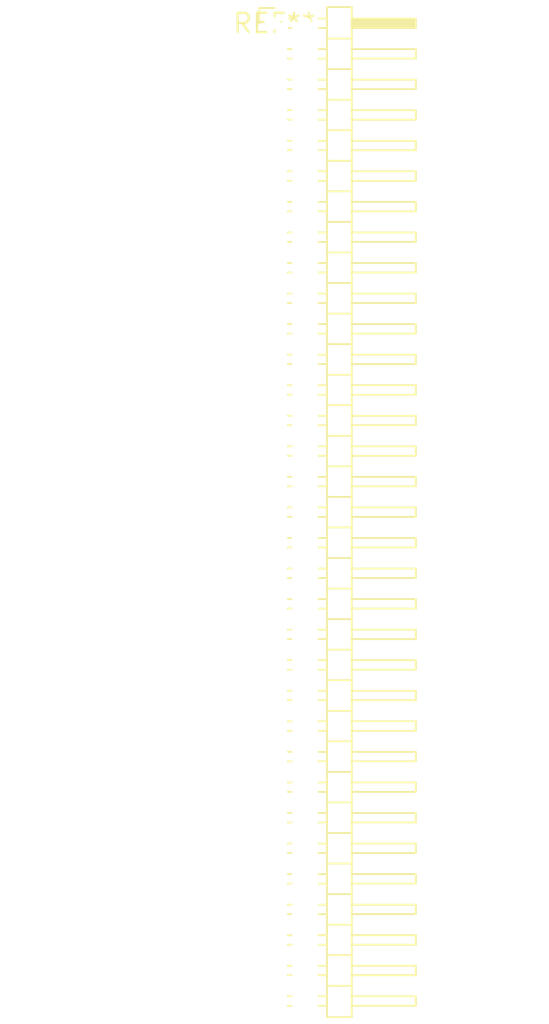
<source format=kicad_pcb>
(kicad_pcb (version 20240108) (generator pcbnew)
  (layers (0 "F.Cu" signal) (31 "B.Cu" signal) (34 "B.Paste" user) (35 "F.Paste" user) (36 "B.SilkS" user "B.Silkscreen") (37 "F.SilkS" user "F.Silkscreen") (38 "B.Mask" user) (39 "F.Mask" user) (44 "Edge.Cuts" user))
  (net 0 "")
  (footprint "PinHeader_2x33_P2.00mm_Horizontal" (layer "F.Cu") (at 0 0)
    (property "Reference" "REF**")
    (property "Value" "PinHeader_2x33_P2.00mm_Horizontal")
    (fp_line (start -1 -1) (end 0 -1) (layer "F.SilkS") (stroke (width 0.12)))
    (fp_line (start -1 0) (end -1 -1) (layer "F.SilkS") (stroke (width 0.12)))
    (fp_line (start 0.882114 1.69) (end 1.117886 1.69) (layer "F.SilkS") (stroke (width 0.12)))
    (fp_line (start 0.882114 2.31) (end 1.117886 2.31) (layer "F.SilkS") (stroke (width 0.12)))
    (fp_line (start 0.882114 3.69) (end 1.117886 3.69) (layer "F.SilkS") (stroke (width 0.12)))
    (fp_line (start 0.882114 4.31) (end 1.117886 4.31) (layer "F.SilkS") (stroke (width 0.12)))
    (fp_line (start 0.882114 5.69) (end 1.117886 5.69) (layer "F.SilkS") (stroke (width 0.12)))
    (fp_line (start 0.882114 6.31) (end 1.117886 6.31) (layer "F.SilkS") (stroke (width 0.12)))
    (fp_line (start 0.882114 7.69) (end 1.117886 7.69) (layer "F.SilkS") (stroke (width 0.12)))
    (fp_line (start 0.882114 8.31) (end 1.117886 8.31) (layer "F.SilkS") (stroke (width 0.12)))
    (fp_line (start 0.882114 9.69) (end 1.117886 9.69) (layer "F.SilkS") (stroke (width 0.12)))
    (fp_line (start 0.882114 10.31) (end 1.117886 10.31) (layer "F.SilkS") (stroke (width 0.12)))
    (fp_line (start 0.882114 11.69) (end 1.117886 11.69) (layer "F.SilkS") (stroke (width 0.12)))
    (fp_line (start 0.882114 12.31) (end 1.117886 12.31) (layer "F.SilkS") (stroke (width 0.12)))
    (fp_line (start 0.882114 13.69) (end 1.117886 13.69) (layer "F.SilkS") (stroke (width 0.12)))
    (fp_line (start 0.882114 14.31) (end 1.117886 14.31) (layer "F.SilkS") (stroke (width 0.12)))
    (fp_line (start 0.882114 15.69) (end 1.117886 15.69) (layer "F.SilkS") (stroke (width 0.12)))
    (fp_line (start 0.882114 16.31) (end 1.117886 16.31) (layer "F.SilkS") (stroke (width 0.12)))
    (fp_line (start 0.882114 17.69) (end 1.117886 17.69) (layer "F.SilkS") (stroke (width 0.12)))
    (fp_line (start 0.882114 18.31) (end 1.117886 18.31) (layer "F.SilkS") (stroke (width 0.12)))
    (fp_line (start 0.882114 19.69) (end 1.117886 19.69) (layer "F.SilkS") (stroke (width 0.12)))
    (fp_line (start 0.882114 20.31) (end 1.117886 20.31) (layer "F.SilkS") (stroke (width 0.12)))
    (fp_line (start 0.882114 21.69) (end 1.117886 21.69) (layer "F.SilkS") (stroke (width 0.12)))
    (fp_line (start 0.882114 22.31) (end 1.117886 22.31) (layer "F.SilkS") (stroke (width 0.12)))
    (fp_line (start 0.882114 23.69) (end 1.117886 23.69) (layer "F.SilkS") (stroke (width 0.12)))
    (fp_line (start 0.882114 24.31) (end 1.117886 24.31) (layer "F.SilkS") (stroke (width 0.12)))
    (fp_line (start 0.882114 25.69) (end 1.117886 25.69) (layer "F.SilkS") (stroke (width 0.12)))
    (fp_line (start 0.882114 26.31) (end 1.117886 26.31) (layer "F.SilkS") (stroke (width 0.12)))
    (fp_line (start 0.882114 27.69) (end 1.117886 27.69) (layer "F.SilkS") (stroke (width 0.12)))
    (fp_line (start 0.882114 28.31) (end 1.117886 28.31) (layer "F.SilkS") (stroke (width 0.12)))
    (fp_line (start 0.882114 29.69) (end 1.117886 29.69) (layer "F.SilkS") (stroke (width 0.12)))
    (fp_line (start 0.882114 30.31) (end 1.117886 30.31) (layer "F.SilkS") (stroke (width 0.12)))
    (fp_line (start 0.882114 31.69) (end 1.117886 31.69) (layer "F.SilkS") (stroke (width 0.12)))
    (fp_line (start 0.882114 32.31) (end 1.117886 32.31) (layer "F.SilkS") (stroke (width 0.12)))
    (fp_line (start 0.882114 33.69) (end 1.117886 33.69) (layer "F.SilkS") (stroke (width 0.12)))
    (fp_line (start 0.882114 34.31) (end 1.117886 34.31) (layer "F.SilkS") (stroke (width 0.12)))
    (fp_line (start 0.882114 35.69) (end 1.117886 35.69) (layer "F.SilkS") (stroke (width 0.12)))
    (fp_line (start 0.882114 36.31) (end 1.117886 36.31) (layer "F.SilkS") (stroke (width 0.12)))
    (fp_line (start 0.882114 37.69) (end 1.117886 37.69) (layer "F.SilkS") (stroke (width 0.12)))
    (fp_line (start 0.882114 38.31) (end 1.117886 38.31) (layer "F.SilkS") (stroke (width 0.12)))
    (fp_line (start 0.882114 39.69) (end 1.117886 39.69) (layer "F.SilkS") (stroke (width 0.12)))
    (fp_line (start 0.882114 40.31) (end 1.117886 40.31) (layer "F.SilkS") (stroke (width 0.12)))
    (fp_line (start 0.882114 41.69) (end 1.117886 41.69) (layer "F.SilkS") (stroke (width 0.12)))
    (fp_line (start 0.882114 42.31) (end 1.117886 42.31) (layer "F.SilkS") (stroke (width 0.12)))
    (fp_line (start 0.882114 43.69) (end 1.117886 43.69) (layer "F.SilkS") (stroke (width 0.12)))
    (fp_line (start 0.882114 44.31) (end 1.117886 44.31) (layer "F.SilkS") (stroke (width 0.12)))
    (fp_line (start 0.882114 45.69) (end 1.117886 45.69) (layer "F.SilkS") (stroke (width 0.12)))
    (fp_line (start 0.882114 46.31) (end 1.117886 46.31) (layer "F.SilkS") (stroke (width 0.12)))
    (fp_line (start 0.882114 47.69) (end 1.117886 47.69) (layer "F.SilkS") (stroke (width 0.12)))
    (fp_line (start 0.882114 48.31) (end 1.117886 48.31) (layer "F.SilkS") (stroke (width 0.12)))
    (fp_line (start 0.882114 49.69) (end 1.117886 49.69) (layer "F.SilkS") (stroke (width 0.12)))
    (fp_line (start 0.882114 50.31) (end 1.117886 50.31) (layer "F.SilkS") (stroke (width 0.12)))
    (fp_line (start 0.882114 51.69) (end 1.117886 51.69) (layer "F.SilkS") (stroke (width 0.12)))
    (fp_line (start 0.882114 52.31) (end 1.117886 52.31) (layer "F.SilkS") (stroke (width 0.12)))
    (fp_line (start 0.882114 53.69) (end 1.117886 53.69) (layer "F.SilkS") (stroke (width 0.12)))
    (fp_line (start 0.882114 54.31) (end 1.117886 54.31) (layer "F.SilkS") (stroke (width 0.12)))
    (fp_line (start 0.882114 55.69) (end 1.117886 55.69) (layer "F.SilkS") (stroke (width 0.12)))
    (fp_line (start 0.882114 56.31) (end 1.117886 56.31) (layer "F.SilkS") (stroke (width 0.12)))
    (fp_line (start 0.882114 57.69) (end 1.117886 57.69) (layer "F.SilkS") (stroke (width 0.12)))
    (fp_line (start 0.882114 58.31) (end 1.117886 58.31) (layer "F.SilkS") (stroke (width 0.12)))
    (fp_line (start 0.882114 59.69) (end 1.117886 59.69) (layer "F.SilkS") (stroke (width 0.12)))
    (fp_line (start 0.882114 60.31) (end 1.117886 60.31) (layer "F.SilkS") (stroke (width 0.12)))
    (fp_line (start 0.882114 61.69) (end 1.117886 61.69) (layer "F.SilkS") (stroke (width 0.12)))
    (fp_line (start 0.882114 62.31) (end 1.117886 62.31) (layer "F.SilkS") (stroke (width 0.12)))
    (fp_line (start 0.882114 63.69) (end 1.117886 63.69) (layer "F.SilkS") (stroke (width 0.12)))
    (fp_line (start 0.882114 64.31) (end 1.117886 64.31) (layer "F.SilkS") (stroke (width 0.12)))
    (fp_line (start 0.935 -0.31) (end 1.117886 -0.31) (layer "F.SilkS") (stroke (width 0.12)))
    (fp_line (start 0.935 0.31) (end 1.117886 0.31) (layer "F.SilkS") (stroke (width 0.12)))
    (fp_line (start 2.882114 -0.31) (end 3.44 -0.31) (layer "F.SilkS") (stroke (width 0.12)))
    (fp_line (start 2.882114 0.31) (end 3.44 0.31) (layer "F.SilkS") (stroke (width 0.12)))
    (fp_line (start 2.882114 1.69) (end 3.44 1.69) (layer "F.SilkS") (stroke (width 0.12)))
    (fp_line (start 2.882114 2.31) (end 3.44 2.31) (layer "F.SilkS") (stroke (width 0.12)))
    (fp_line (start 2.882114 3.69) (end 3.44 3.69) (layer "F.SilkS") (stroke (width 0.12)))
    (fp_line (start 2.882114 4.31) (end 3.44 4.31) (layer "F.SilkS") (stroke (width 0.12)))
    (fp_line (start 2.882114 5.69) (end 3.44 5.69) (layer "F.SilkS") (stroke (width 0.12)))
    (fp_line (start 2.882114 6.31) (end 3.44 6.31) (layer "F.SilkS") (stroke (width 0.12)))
    (fp_line (start 2.882114 7.69) (end 3.44 7.69) (layer "F.SilkS") (stroke (width 0.12)))
    (fp_line (start 2.882114 8.31) (end 3.44 8.31) (layer "F.SilkS") (stroke (width 0.12)))
    (fp_line (start 2.882114 9.69) (end 3.44 9.69) (layer "F.SilkS") (stroke (width 0.12)))
    (fp_line (start 2.882114 10.31) (end 3.44 10.31) (layer "F.SilkS") (stroke (width 0.12)))
    (fp_line (start 2.882114 11.69) (end 3.44 11.69) (layer "F.SilkS") (stroke (width 0.12)))
    (fp_line (start 2.882114 12.31) (end 3.44 12.31) (layer "F.SilkS") (stroke (width 0.12)))
    (fp_line (start 2.882114 13.69) (end 3.44 13.69) (layer "F.SilkS") (stroke (width 0.12)))
    (fp_line (start 2.882114 14.31) (end 3.44 14.31) (layer "F.SilkS") (stroke (width 0.12)))
    (fp_line (start 2.882114 15.69) (end 3.44 15.69) (layer "F.SilkS") (stroke (width 0.12)))
    (fp_line (start 2.882114 16.31) (end 3.44 16.31) (layer "F.SilkS") (stroke (width 0.12)))
    (fp_line (start 2.882114 17.69) (end 3.44 17.69) (layer "F.SilkS") (stroke (width 0.12)))
    (fp_line (start 2.882114 18.31) (end 3.44 18.31) (layer "F.SilkS") (stroke (width 0.12)))
    (fp_line (start 2.882114 19.69) (end 3.44 19.69) (layer "F.SilkS") (stroke (width 0.12)))
    (fp_line (start 2.882114 20.31) (end 3.44 20.31) (layer "F.SilkS") (stroke (width 0.12)))
    (fp_line (start 2.882114 21.69) (end 3.44 21.69) (layer "F.SilkS") (stroke (width 0.12)))
    (fp_line (start 2.882114 22.31) (end 3.44 22.31) (layer "F.SilkS") (stroke (width 0.12)))
    (fp_line (start 2.882114 23.69) (end 3.44 23.69) (layer "F.SilkS") (stroke (width 0.12)))
    (fp_line (start 2.882114 24.31) (end 3.44 24.31) (layer "F.SilkS") (stroke (width 0.12)))
    (fp_line (start 2.882114 25.69) (end 3.44 25.69) (layer "F.SilkS") (stroke (width 0.12)))
    (fp_line (start 2.882114 26.31) (end 3.44 26.31) (layer "F.SilkS") (stroke (width 0.12)))
    (fp_line (start 2.882114 27.69) (end 3.44 27.69) (layer "F.SilkS") (stroke (width 0.12)))
    (fp_line (start 2.882114 28.31) (end 3.44 28.31) (layer "F.SilkS") (stroke (width 0.12)))
    (fp_line (start 2.882114 29.69) (end 3.44 29.69) (layer "F.SilkS") (stroke (width 0.12)))
    (fp_line (start 2.882114 30.31) (end 3.44 30.31) (layer "F.SilkS") (stroke (width 0.12)))
    (fp_line (start 2.882114 31.69) (end 3.44 31.69) (layer "F.SilkS") (stroke (width 0.12)))
    (fp_line (start 2.882114 32.31) (end 3.44 32.31) (layer "F.SilkS") (stroke (width 0.12)))
    (fp_line (start 2.882114 33.69) (end 3.44 33.69) (layer "F.SilkS") (stroke (width 0.12)))
    (fp_line (start 2.882114 34.31) (end 3.44 34.31) (layer "F.SilkS") (stroke (width 0.12)))
    (fp_line (start 2.882114 35.69) (end 3.44 35.69) (layer "F.SilkS") (stroke (width 0.12)))
    (fp_line (start 2.882114 36.31) (end 3.44 36.31) (layer "F.SilkS") (stroke (width 0.12)))
    (fp_line (start 2.882114 37.69) (end 3.44 37.69) (layer "F.SilkS") (stroke (width 0.12)))
    (fp_line (start 2.882114 38.31) (end 3.44 38.31) (layer "F.SilkS") (stroke (width 0.12)))
    (fp_line (start 2.882114 39.69) (end 3.44 39.69) (layer "F.SilkS") (stroke (width 0.12)))
    (fp_line (start 2.882114 40.31) (end 3.44 40.31) (layer "F.SilkS") (stroke (width 0.12)))
    (fp_line (start 2.882114 41.69) (end 3.44 41.69) (layer "F.SilkS") (stroke (width 0.12)))
    (fp_line (start 2.882114 42.31) (end 3.44 42.31) (layer "F.SilkS") (stroke (width 0.12)))
    (fp_line (start 2.882114 43.69) (end 3.44 43.69) (layer "F.SilkS") (stroke (width 0.12)))
    (fp_line (start 2.882114 44.31) (end 3.44 44.31) (layer "F.SilkS") (stroke (width 0.12)))
    (fp_line (start 2.882114 45.69) (end 3.44 45.69) (layer "F.SilkS") (stroke (width 0.12)))
    (fp_line (start 2.882114 46.31) (end 3.44 46.31) (layer "F.SilkS") (stroke (width 0.12)))
    (fp_line (start 2.882114 47.69) (end 3.44 47.69) (layer "F.SilkS") (stroke (width 0.12)))
    (fp_line (start 2.882114 48.31) (end 3.44 48.31) (layer "F.SilkS") (stroke (width 0.12)))
    (fp_line (start 2.882114 49.69) (end 3.44 49.69) (layer "F.SilkS") (stroke (width 0.12)))
    (fp_line (start 2.882114 50.31) (end 3.44 50.31) (layer "F.SilkS") (stroke (width 0.12)))
    (fp_line (start 2.882114 51.69) (end 3.44 51.69) (layer "F.SilkS") (stroke (width 0.12)))
    (fp_line (start 2.882114 52.31) (end 3.44 52.31) (layer "F.SilkS") (stroke (width 0.12)))
    (fp_line (start 2.882114 53.69) (end 3.44 53.69) (layer "F.SilkS") (stroke (width 0.12)))
    (fp_line (start 2.882114 54.31) (end 3.44 54.31) (layer "F.SilkS") (stroke (width 0.12)))
    (fp_line (start 2.882114 55.69) (end 3.44 55.69) (layer "F.SilkS") (stroke (width 0.12)))
    (fp_line (start 2.882114 56.31) (end 3.44 56.31) (layer "F.SilkS") (stroke (width 0.12)))
    (fp_line (start 2.882114 57.69) (end 3.44 57.69) (layer "F.SilkS") (stroke (width 0.12)))
    (fp_line (start 2.882114 58.31) (end 3.44 58.31) (layer "F.SilkS") (stroke (width 0.12)))
    (fp_line (start 2.882114 59.69) (end 3.44 59.69) (layer "F.SilkS") (stroke (width 0.12)))
    (fp_line (start 2.882114 60.31) (end 3.44 60.31) (layer "F.SilkS") (stroke (width 0.12)))
    (fp_line (start 2.882114 61.69) (end 3.44 61.69) (layer "F.SilkS") (stroke (width 0.12)))
    (fp_line (start 2.882114 62.31) (end 3.44 62.31) (layer "F.SilkS") (stroke (width 0.12)))
    (fp_line (start 2.882114 63.69) (end 3.44 63.69) (layer "F.SilkS") (stroke (width 0.12)))
    (fp_line (start 2.882114 64.31) (end 3.44 64.31) (layer "F.SilkS") (stroke (width 0.12)))
    (fp_line (start 3.44 -1.06) (end 3.44 65.06) (layer "F.SilkS") (stroke (width 0.12)))
    (fp_line (start 3.44 1) (end 5.06 1) (layer "F.SilkS") (stroke (width 0.12)))
    (fp_line (start 3.44 3) (end 5.06 3) (layer "F.SilkS") (stroke (width 0.12)))
    (fp_line (start 3.44 5) (end 5.06 5) (layer "F.SilkS") (stroke (width 0.12)))
    (fp_line (start 3.44 7) (end 5.06 7) (layer "F.SilkS") (stroke (width 0.12)))
    (fp_line (start 3.44 9) (end 5.06 9) (layer "F.SilkS") (stroke (width 0.12)))
    (fp_line (start 3.44 11) (end 5.06 11) (layer "F.SilkS") (stroke (width 0.12)))
    (fp_line (start 3.44 13) (end 5.06 13) (layer "F.SilkS") (stroke (width 0.12)))
    (fp_line (start 3.44 15) (end 5.06 15) (layer "F.SilkS") (stroke (width 0.12)))
    (fp_line (start 3.44 17) (end 5.06 17) (layer "F.SilkS") (stroke (width 0.12)))
    (fp_line (start 3.44 19) (end 5.06 19) (layer "F.SilkS") (stroke (width 0.12)))
    (fp_line (start 3.44 21) (end 5.06 21) (layer "F.SilkS") (stroke (width 0.12)))
    (fp_line (start 3.44 23) (end 5.06 23) (layer "F.SilkS") (stroke (width 0.12)))
    (fp_line (start 3.44 25) (end 5.06 25) (layer "F.SilkS") (stroke (width 0.12)))
    (fp_line (start 3.44 27) (end 5.06 27) (layer "F.SilkS") (stroke (width 0.12)))
    (fp_line (start 3.44 29) (end 5.06 29) (layer "F.SilkS") (stroke (width 0.12)))
    (fp_line (start 3.44 31) (end 5.06 31) (layer "F.SilkS") (stroke (width 0.12)))
    (fp_line (start 3.44 33) (end 5.06 33) (layer "F.SilkS") (stroke (width 0.12)))
    (fp_line (start 3.44 35) (end 5.06 35) (layer "F.SilkS") (stroke (width 0.12)))
    (fp_line (start 3.44 37) (end 5.06 37) (layer "F.SilkS") (stroke (width 0.12)))
    (fp_line (start 3.44 39) (end 5.06 39) (layer "F.SilkS") (stroke (width 0.12)))
    (fp_line (start 3.44 41) (end 5.06 41) (layer "F.SilkS") (stroke (width 0.12)))
    (fp_line (start 3.44 43) (end 5.06 43) (layer "F.SilkS") (stroke (width 0.12)))
    (fp_line (start 3.44 45) (end 5.06 45) (layer "F.SilkS") (stroke (width 0.12)))
    (fp_line (start 3.44 47) (end 5.06 47) (layer "F.SilkS") (stroke (width 0.12)))
    (fp_line (start 3.44 49) (end 5.06 49) (layer "F.SilkS") (stroke (width 0.12)))
    (fp_line (start 3.44 51) (end 5.06 51) (layer "F.SilkS") (stroke (width 0.12)))
    (fp_line (start 3.44 53) (end 5.06 53) (layer "F.SilkS") (stroke (width 0.12)))
    (fp_line (start 3.44 55) (end 5.06 55) (layer "F.SilkS") (stroke (width 0.12)))
    (fp_line (start 3.44 57) (end 5.06 57) (layer "F.SilkS") (stroke (width 0.12)))
    (fp_line (start 3.44 59) (end 5.06 59) (layer "F.SilkS") (stroke (width 0.12)))
    (fp_line (start 3.44 61) (end 5.06 61) (layer "F.SilkS") (stroke (width 0.12)))
    (fp_line (start 3.44 63) (end 5.06 63) (layer "F.SilkS") (stroke (width 0.12)))
    (fp_line (start 3.44 65.06) (end 5.06 65.06) (layer "F.SilkS") (stroke (width 0.12)))
    (fp_line (start 5.06 -1.06) (end 3.44 -1.06) (layer "F.SilkS") (stroke (width 0.12)))
    (fp_line (start 5.06 -0.31) (end 9.26 -0.31) (layer "F.SilkS") (stroke (width 0.12)))
    (fp_line (start 5.06 -0.25) (end 9.26 -0.25) (layer "F.SilkS") (stroke (width 0.12)))
    (fp_line (start 5.06 -0.13) (end 9.26 -0.13) (layer "F.SilkS") (stroke (width 0.12)))
    (fp_line (start 5.06 -0.01) (end 9.26 -0.01) (layer "F.SilkS") (stroke (width 0.12)))
    (fp_line (start 5.06 0.11) (end 9.26 0.11) (layer "F.SilkS") (stroke (width 0.12)))
    (fp_line (start 5.06 0.23) (end 9.26 0.23) (layer "F.SilkS") (stroke (width 0.12)))
    (fp_line (start 5.06 1.69) (end 9.26 1.69) (layer "F.SilkS") (stroke (width 0.12)))
    (fp_line (start 5.06 3.69) (end 9.26 3.69) (layer "F.SilkS") (stroke (width 0.12)))
    (fp_line (start 5.06 5.69) (end 9.26 5.69) (layer "F.SilkS") (stroke (width 0.12)))
    (fp_line (start 5.06 7.69) (end 9.26 7.69) (layer "F.SilkS") (stroke (width 0.12)))
    (fp_line (start 5.06 9.69) (end 9.26 9.69) (layer "F.SilkS") (stroke (width 0.12)))
    (fp_line (start 5.06 11.69) (end 9.26 11.69) (layer "F.SilkS") (stroke (width 0.12)))
    (fp_line (start 5.06 13.69) (end 9.26 13.69) (layer "F.SilkS") (stroke (width 0.12)))
    (fp_line (start 5.06 15.69) (end 9.26 15.69) (layer "F.SilkS") (stroke (width 0.12)))
    (fp_line (start 5.06 17.69) (end 9.26 17.69) (layer "F.SilkS") (stroke (width 0.12)))
    (fp_line (start 5.06 19.69) (end 9.26 19.69) (layer "F.SilkS") (stroke (width 0.12)))
    (fp_line (start 5.06 21.69) (end 9.26 21.69) (layer "F.SilkS") (stroke (width 0.12)))
    (fp_line (start 5.06 23.69) (end 9.26 23.69) (layer "F.SilkS") (stroke (width 0.12)))
    (fp_line (start 5.06 25.69) (end 9.26 25.69) (layer "F.SilkS") (stroke (width 0.12)))
    (fp_line (start 5.06 27.69) (end 9.26 27.69) (layer "F.SilkS") (stroke (width 0.12)))
    (fp_line (start 5.06 29.69) (end 9.26 29.69) (layer "F.SilkS") (stroke (width 0.12)))
    (fp_line (start 5.06 31.69) (end 9.26 31.69) (layer "F.SilkS") (stroke (width 0.12)))
    (fp_line (start 5.06 33.69) (end 9.26 33.69) (layer "F.SilkS") (stroke (width 0.12)))
    (fp_line (start 5.06 35.69) (end 9.26 35.69) (layer "F.SilkS") (stroke (width 0.12)))
    (fp_line (start 5.06 37.69) (end 9.26 37.69) (layer "F.SilkS") (stroke (width 0.12)))
    (fp_line (start 5.06 39.69) (end 9.26 39.69) (layer "F.SilkS") (stroke (width 0.12)))
    (fp_line (start 5.06 41.69) (end 9.26 41.69) (layer "F.SilkS") (stroke (width 0.12)))
    (fp_line (start 5.06 43.69) (end 9.26 43.69) (layer "F.SilkS") (stroke (width 0.12)))
    (fp_line (start 5.06 45.69) (end 9.26 45.69) (layer "F.SilkS") (stroke (width 0.12)))
    (fp_line (start 5.06 47.69) (end 9.26 47.69) (layer "F.SilkS") (stroke (width 0.12)))
    (fp_line (start 5.06 49.69) (end 9.26 49.69) (layer "F.SilkS") (stroke (width 0.12)))
    (fp_line (start 5.06 51.69) (end 9.26 51.69) (layer "F.SilkS") (stroke (width 0.12)))
    (fp_line (start 5.06 53.69) (end 9.26 53.69) (layer "F.SilkS") (stroke (width 0.12)))
    (fp_line (start 5.06 55.69) (end 9.26 55.69) (layer "F.SilkS") (stroke (width 0.12)))
    (fp_line (start 5.06 57.69) (end 9.26 57.69) (layer "F.SilkS") (stroke (width 0.12)))
    (fp_line (start 5.06 59.69) (end 9.26 59.69) (layer "F.SilkS") (stroke (width 0.12)))
    (fp_line (start 5.06 61.69) (end 9.26 61.69) (layer "F.SilkS") (stroke (width 0.12)))
    (fp_line (start 5.06 63.69) (end 9.26 63.69) (layer "F.SilkS") (stroke (width 0.12)))
    (fp_line (start 5.06 65.06) (end 5.06 -1.06) (layer "F.SilkS") (stroke (width 0.12)))
    (fp_line (start 9.26 -0.31) (end 9.26 0.31) (layer "F.SilkS") (stroke (width 0.12)))
    (fp_line (start 9.26 0.31) (end 5.06 0.31) (layer "F.SilkS") (stroke (width 0.12)))
    (fp_line (start 9.26 1.69) (end 9.26 2.31) (layer "F.SilkS") (stroke (width 0.12)))
    (fp_line (start 9.26 2.31) (end 5.06 2.31) (layer "F.SilkS") (stroke (width 0.12)))
    (fp_line (start 9.26 3.69) (end 9.26 4.31) (layer "F.SilkS") (stroke (width 0.12)))
    (fp_line (start 9.26 4.31) (end 5.06 4.31) (layer "F.SilkS") (stroke (width 0.12)))
    (fp_line (start 9.26 5.69) (end 9.26 6.31) (layer "F.SilkS") (stroke (width 0.12)))
    (fp_line (start 9.26 6.31) (end 5.06 6.31) (layer "F.SilkS") (stroke (width 0.12)))
    (fp_line (start 9.26 7.69) (end 9.26 8.31) (layer "F.SilkS") (stroke (width 0.12)))
    (fp_line (start 9.26 8.31) (end 5.06 8.31) (layer "F.SilkS") (stroke (width 0.12)))
    (fp_line (start 9.26 9.69) (end 9.26 10.31) (layer "F.SilkS") (stroke (width 0.12)))
    (fp_line (start 9.26 10.31) (end 5.06 10.31) (layer "F.SilkS") (stroke (width 0.12)))
    (fp_line (start 9.26 11.69) (end 9.26 12.31) (layer "F.SilkS") (stroke (width 0.12)))
    (fp_line (start 9.26 12.31) (end 5.06 12.31) (layer "F.SilkS") (stroke (width 0.12)))
    (fp_line (start 9.26 13.69) (end 9.26 14.31) (layer "F.SilkS") (stroke (width 0.12)))
    (fp_line (start 9.26 14.31) (end 5.06 14.31) (layer "F.SilkS") (stroke (width 0.12)))
    (fp_line (start 9.26 15.69) (end 9.26 16.31) (layer "F.SilkS") (stroke (width 0.12)))
    (fp_line (start 9.26 16.31) (end 5.06 16.31) (layer "F.SilkS") (stroke (width 0.12)))
    (fp_line (start 9.26 17.69) (end 9.26 18.31) (layer "F.SilkS") (stroke (width 0.12)))
    (fp_line (start 9.26 18.31) (end 5.06 18.31) (layer "F.SilkS") (stroke (width 0.12)))
    (fp_line (start 9.26 19.69) (end 9.26 20.31) (layer "F.SilkS") (stroke (width 0.12)))
    (fp_line (start 9.26 20.31) (end 5.06 20.31) (layer "F.SilkS") (stroke (width 0.12)))
    (fp_line (start 9.26 21.69) (end 9.26 22.31) (layer "F.SilkS") (stroke (width 0.12)))
    (fp_line (start 9.26 22.31) (end 5.06 22.31) (layer "F.SilkS") (stroke (width 0.12)))
    (fp_line (start 9.26 23.69) (end 9.26 24.31) (layer "F.SilkS") (stroke (width 0.12)))
    (fp_line (start 9.26 24.31) (end 5.06 24.31) (layer "F.SilkS") (stroke (width 0.12)))
    (fp_line (start 9.26 25.69) (end 9.26 26.31) (layer "F.SilkS") (stroke (width 0.12)))
    (fp_line (start 9.26 26.31) (end 5.06 26.31) (layer "F.SilkS") (stroke (width 0.12)))
    (fp_line (start 9.26 27.69) (end 9.26 28.31) (layer "F.SilkS") (stroke (width 0.12)))
    (fp_line (start 9.26 28.31) (end 5.06 28.31) (layer "F.SilkS") (stroke (width 0.12)))
    (fp_line (start 9.26 29.69) (end 9.26 30.31) (layer "F.SilkS") (stroke (width 0.12)))
    (fp_line (start 9.26 30.31) (end 5.06 30.31) (layer "F.SilkS") (stroke (width 0.12)))
    (fp_line (start 9.26 31.69) (end 9.26 32.31) (layer "F.SilkS") (stroke (width 0.12)))
    (fp_line (start 9.26 32.31) (end 5.06 32.31) (layer "F.SilkS") (stroke (width 0.12)))
    (fp_line (start 9.26 33.69) (end 9.26 34.31) (layer "F.SilkS") (stroke (width 0.12)))
    (fp_line (start 9.26 34.31) (end 5.06 34.31) (layer "F.SilkS") (stroke (width 0.12)))
    (fp_line (start 9.26 35.69) (end 9.26 36.31) (layer "F.SilkS") (stroke (width 0.12)))
    (fp_line (start 9.26 36.31) (end 5.06 36.31) (layer "F.SilkS") (stroke (width 0.12)))
    (fp_line (start 9.26 37.69) (end 9.26 38.31) (layer "F.SilkS") (stroke (width 0.12)))
    (fp_line (start 9.26 38.31) (end 5.06 38.31) (layer "F.SilkS") (stroke (width 0.12)))
    (fp_line (start 9.26 39.69) (end 9.26 40.31) (layer "F.SilkS") (stroke (width 0.12)))
    (fp_line (start 9.26 40.31) (end 5.06 40.31) (layer "F.SilkS") (stroke (width 0.12)))
    (fp_line (start 9.26 41.69) (end 9.26 42.31) (layer "F.SilkS") (stroke (width 0.12)))
    (fp_line (start 9.26 42.31) (end 5.06 42.31) (layer "F.SilkS") (stroke (width 0.12)))
    (fp_line (start 9.26 43.69) (end 9.26 44.31) (layer "F.SilkS") (stroke (width 0.12)))
    (fp_line (start 9.26 44.31) (end 5.06 44.31) (layer "F.SilkS") (stroke (width 0.12)))
    (fp_line (start 9.26 45.69) (end 9.26 46.31) (layer "F.SilkS") (stroke (width 0.12)))
    (fp_line (start 9.26 46.31) (end 5.06 46.31) (layer "F.SilkS") (stroke (width 0.12)))
    (fp_line (start 9.26 47.69) (end 9.26 48.31) (layer "F.SilkS") (stroke (width 0.12)))
    (fp_line (start 9.26 48.31) (end 5.06 48.31) (layer "F.SilkS") (stroke (width 0.12)))
    (fp_line (start 9.26 49.69) (end 9.26 50.31) (layer "F.SilkS") (stroke (width 0.12)))
    (fp_line (start 9.26 50.31) (end 5.06 50.31) (layer "F.SilkS") (stroke (width 0.12)))
    (fp_line (start 9.26 51.69) (end 9.26 52.31) (layer "F.SilkS") (stroke (width 0.12)))
    (fp_line (start 9.26 52.31) (end 5.06 52.31) (layer "F.SilkS") (stroke (width 0.12)))
    (fp_line (start 9.26 53.69) (end 9.26 54.31) (layer "F.SilkS") (stroke (width 0.12)))
    (fp_line (start 9.26 54.31) (end 5.06 54.31) (layer "F.SilkS") (stroke (width 0.12)))
    (fp_line (start 9.26 55.69) (end 9.26 56.31) (layer "F.SilkS") (stroke (width 0.12)))
    (fp_line (start 9.26 56.31) (end 5.06 56.31) (layer "F.SilkS") (stroke (width 0.12)))
    (fp_line (start 9.26 57.69) (end 9.26 58.31) (layer "F.SilkS") (stroke (width 0.12)))
    (fp_line (start 9.26 58.31) (end 5.06 58.31) (layer "F.SilkS") (stroke (width 0.12)))
    (fp_line (start 9.26 59.69) (end 9.26 60.31) (layer "F.SilkS") (stroke (width 0.12)))
    (fp_line (start 9.26 60.31) (end 5.06 60.31) (layer "F.SilkS") (stroke (width 0.12)))
    (fp_line (start 9.26 61.69) (end 9.26 62.31) (layer "F.SilkS") (stroke (width 0.12)))
    (fp_line (start 9.26 62.31) (end 5.06 62.31) (layer "F.SilkS") (stroke (width 0.12)))
    (fp_line (start 9.26 63.69) (end 9.26 64.31) (layer "F.SilkS") (stroke (width 0.12)))
    (fp_line (start 9.26 64.31) (end 5.06 64.31) (layer "F.SilkS") (stroke (width 0.12)))
    (pad "1" thru_hole rect (at 0 0) (size 1.35 1.35) (drill 0.8) (layers *.Cu *.Mask) (remove_unused_layers))
    (pad "2" thru_hole oval (at 2 0) (size 1.35 1.35) (drill 0.8) (layers *.Cu *.Mask) (remove_unused_layers))
    (pad "3" thru_hole oval (at 0 2) (size 1.35 1.35) (drill 0.8) (layers *.Cu *.Mask) (remove_unused_layers))
    (pad "4" thru_hole oval (at 2 2) (size 1.35 1.35) (drill 0.8) (layers *.Cu *.Mask) (remove_unused_layers))
    (pad "5" thru_hole oval (at 0 4) (size 1.35 1.35) (drill 0.8) (layers *.Cu *.Mask) (remove_unused_layers))
    (pad "6" thru_hole oval (at 2 4) (size 1.35 1.35) (drill 0.8) (layers *.Cu *.Mask) (remove_unused_layers))
    (pad "7" thru_hole oval (at 0 6) (size 1.35 1.35) (drill 0.8) (layers *.Cu *.Mask) (remove_unused_layers))
    (pad "8" thru_hole oval (at 2 6) (size 1.35 1.35) (drill 0.8) (layers *.Cu *.Mask) (remove_unused_layers))
    (pad "9" thru_hole oval (at 0 8) (size 1.35 1.35) (drill 0.8) (layers *.Cu *.Mask) (remove_unused_layers))
    (pad "10" thru_hole oval (at 2 8) (size 1.35 1.35) (drill 0.8) (layers *.Cu *.Mask) (remove_unused_layers))
    (pad "11" thru_hole oval (at 0 10) (size 1.35 1.35) (drill 0.8) (layers *.Cu *.Mask) (remove_unused_layers))
    (pad "12" thru_hole oval (at 2 10) (size 1.35 1.35) (drill 0.8) (layers *.Cu *.Mask) (remove_unused_layers))
    (pad "13" thru_hole oval (at 0 12) (size 1.35 1.35) (drill 0.8) (layers *.Cu *.Mask) (remove_unused_layers))
    (pad "14" thru_hole oval (at 2 12) (size 1.35 1.35) (drill 0.8) (layers *.Cu *.Mask) (remove_unused_layers))
    (pad "15" thru_hole oval (at 0 14) (size 1.35 1.35) (drill 0.8) (layers *.Cu *.Mask) (remove_unused_layers))
    (pad "16" thru_hole oval (at 2 14) (size 1.35 1.35) (drill 0.8) (layers *.Cu *.Mask) (remove_unused_layers))
    (pad "17" thru_hole oval (at 0 16) (size 1.35 1.35) (drill 0.8) (layers *.Cu *.Mask) (remove_unused_layers))
    (pad "18" thru_hole oval (at 2 16) (size 1.35 1.35) (drill 0.8) (layers *.Cu *.Mask) (remove_unused_layers))
    (pad "19" thru_hole oval (at 0 18) (size 1.35 1.35) (drill 0.8) (layers *.Cu *.Mask) (remove_unused_layers))
    (pad "20" thru_hole oval (at 2 18) (size 1.35 1.35) (drill 0.8) (layers *.Cu *.Mask) (remove_unused_layers))
    (pad "21" thru_hole oval (at 0 20) (size 1.35 1.35) (drill 0.8) (layers *.Cu *.Mask) (remove_unused_layers))
    (pad "22" thru_hole oval (at 2 20) (size 1.35 1.35) (drill 0.8) (layers *.Cu *.Mask) (remove_unused_layers))
    (pad "23" thru_hole oval (at 0 22) (size 1.35 1.35) (drill 0.8) (layers *.Cu *.Mask) (remove_unused_layers))
    (pad "24" thru_hole oval (at 2 22) (size 1.35 1.35) (drill 0.8) (layers *.Cu *.Mask) (remove_unused_layers))
    (pad "25" thru_hole oval (at 0 24) (size 1.35 1.35) (drill 0.8) (layers *.Cu *.Mask) (remove_unused_layers))
    (pad "26" thru_hole oval (at 2 24) (size 1.35 1.35) (drill 0.8) (layers *.Cu *.Mask) (remove_unused_layers))
    (pad "27" thru_hole oval (at 0 26) (size 1.35 1.35) (drill 0.8) (layers *.Cu *.Mask) (remove_unused_layers))
    (pad "28" thru_hole oval (at 2 26) (size 1.35 1.35) (drill 0.8) (layers *.Cu *.Mask) (remove_unused_layers))
    (pad "29" thru_hole oval (at 0 28) (size 1.35 1.35) (drill 0.8) (layers *.Cu *.Mask) (remove_unused_layers))
    (pad "30" thru_hole oval (at 2 28) (size 1.35 1.35) (drill 0.8) (layers *.Cu *.Mask) (remove_unused_layers))
    (pad "31" thru_hole oval (at 0 30) (size 1.35 1.35) (drill 0.8) (layers *.Cu *.Mask) (remove_unused_layers))
    (pad "32" thru_hole oval (at 2 30) (size 1.35 1.35) (drill 0.8) (layers *.Cu *.Mask) (remove_unused_layers))
    (pad "33" thru_hole oval (at 0 32) (size 1.35 1.35) (drill 0.8) (layers *.Cu *.Mask) (remove_unused_layers))
    (pad "34" thru_hole oval (at 2 32) (size 1.35 1.35) (drill 0.8) (layers *.Cu *.Mask) (remove_unused_layers))
    (pad "35" thru_hole oval (at 0 34) (size 1.35 1.35) (drill 0.8) (layers *.Cu *.Mask) (remove_unused_layers))
    (pad "36" thru_hole oval (at 2 34) (size 1.35 1.35) (drill 0.8) (layers *.Cu *.Mask) (remove_unused_layers))
    (pad "37" thru_hole oval (at 0 36) (size 1.35 1.35) (drill 0.8) (layers *.Cu *.Mask) (remove_unused_layers))
    (pad "38" thru_hole oval (at 2 36) (size 1.35 1.35) (drill 0.8) (layers *.Cu *.Mask) (remove_unused_layers))
    (pad "39" thru_hole oval (at 0 38) (size 1.35 1.35) (drill 0.8) (layers *.Cu *.Mask) (remove_unused_layers))
    (pad "40" thru_hole oval (at 2 38) (size 1.35 1.35) (drill 0.8) (layers *.Cu *.Mask) (remove_unused_layers))
    (pad "41" thru_hole oval (at 0 40) (size 1.35 1.35) (drill 0.8) (layers *.Cu *.Mask) (remove_unused_layers))
    (pad "42" thru_hole oval (at 2 40) (size 1.35 1.35) (drill 0.8) (layers *.Cu *.Mask) (remove_unused_layers))
    (pad "43" thru_hole oval (at 0 42) (size 1.35 1.35) (drill 0.8) (layers *.Cu *.Mask) (remove_unused_layers))
    (pad "44" thru_hole oval (at 2 42) (size 1.35 1.35) (drill 0.8) (layers *.Cu *.Mask) (remove_unused_layers))
    (pad "45" thru_hole oval (at 0 44) (size 1.35 1.35) (drill 0.8) (layers *.Cu *.Mask) (remove_unused_layers))
    (pad "46" thru_hole oval (at 2 44) (size 1.35 1.35) (drill 0.8) (layers *.Cu *.Mask) (remove_unused_layers))
    (pad "47" thru_hole oval (at 0 46) (size 1.35 1.35) (drill 0.8) (layers *.Cu *.Mask) (remove_unused_layers))
    (pad "48" thru_hole oval (at 2 46) (size 1.35 1.35) (drill 0.8) (layers *.Cu *.Mask) (remove_unused_layers))
    (pad "49" thru_hole oval (at 0 48) (size 1.35 1.35) (drill 0.8) (layers *.Cu *.Mask) (remove_unused_layers))
    (pad "50" thru_hole oval (at 2 48) (size 1.35 1.35) (drill 0.8) (layers *.Cu *.Mask) (remove_unused_layers))
    (pad "51" thru_hole oval (at 0 50) (size 1.35 1.35) (drill 0.8) (layers *.Cu *.Mask) (remove_unused_layers))
    (pad "52" thru_hole oval (at 2 50) (size 1.35 1.35) (drill 0.8) (layers *.Cu *.Mask) (remove_unused_layers))
    (pad "53" thru_hole oval (at 0 52) (size 1.35 1.35) (drill 0.8) (layers *.Cu *.Mask) (remove_unused_layers))
    (pad "54" thru_hole oval (at 2 52) (size 1.35 1.35) (drill 0.8) (layers *.Cu *.Mask) (remove_unused_layers))
    (pad "55" thru_hole oval (at 0 54) (size 1.35 1.35) (drill 0.8) (layers *.Cu *.Mask) (remove_unused_layers))
    (pad "56" thru_hole oval (at 2 54) (size 1.35 1.35) (drill 0.8) (layers *.Cu *.Mask) (remove_unused_layers))
    (pad "57" thru_hole oval (at 0 56) (size 1.35 1.35) (drill 0.8) (layers *.Cu *.Mask) (remove_unused_layers))
    (pad "58" thru_hole oval (at 2 56) (size 1.35 1.35) (drill 0.8) (layers *.Cu *.Mask) (remove_unused_layers))
    (pad "59" thru_hole oval (at 0 58) (size 1.35 1.35) (drill 0.8) (layers *.Cu *.Mask) (remove_unused_layers))
    (pad "60" thru_hole oval (at 2 58) (size 1.35 1.35) (drill 0.8) (layers *.Cu *.Mask) (remove_unused_layers))
    (pad "61" thru_hole oval (at 0 60) (size 1.35 1.35) (drill 0.8) (layers *.Cu *.Mask) (remove_unused_layers))
    (pad "62" thru_hole oval (at 2 60) (size 1.35 1.35) (drill 0.8) (layers *.Cu *.Mask) (remove_unused_layers))
    (pad "63" thru_hole oval (at 0 62) (size 1.35 1.35) (drill 0.8) (layers *.Cu *.Mask) (remove_unused_layers))
    (pad "64" thru_hole oval (at 2 62) (size 1.35 1.35) (drill 0.8) (layers *.Cu *.Mask) (remove_unused_layers))
    (pad "65" thru_hole oval (at 0 64) (size 1.35 1.35) (drill 0.8) (layers *.Cu *.Mask) (remove_unused_layers))
    (pad "66" thru_hole oval (at 2 64) (size 1.35 1.35) (drill 0.8) (layers *.Cu *.Mask) (remove_unused_layers))
  )
)
</source>
